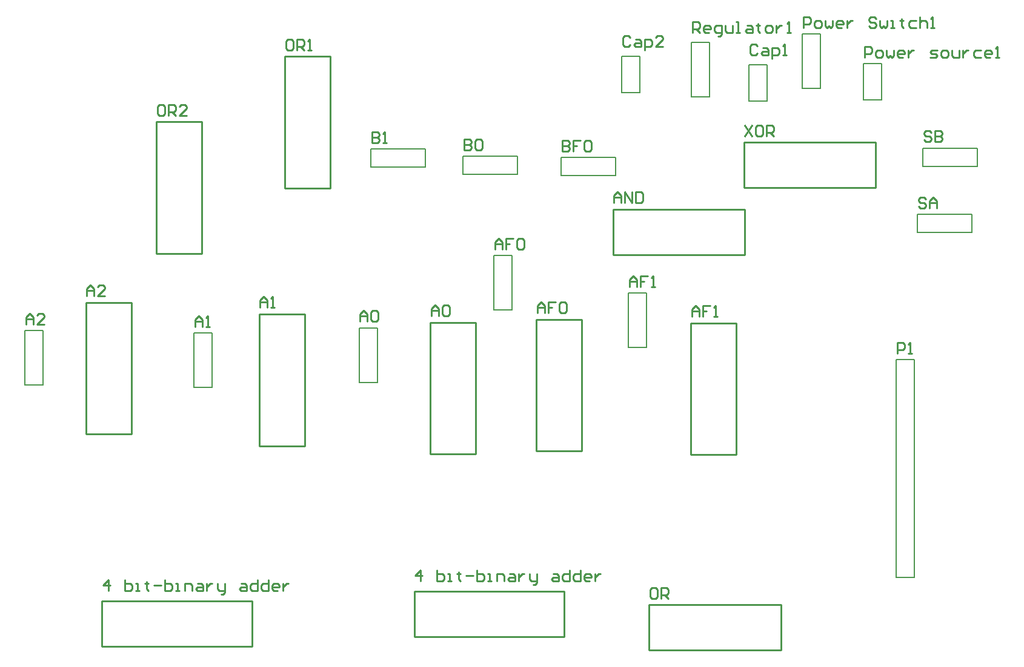
<source format=gto>
G04*
G04 #@! TF.GenerationSoftware,Altium Limited,Altium Designer,18.0.7 (293)*
G04*
G04 Layer_Color=65535*
%FSLAX25Y25*%
%MOIN*%
G70*
G01*
G75*
%ADD10C,0.00787*%
%ADD11C,0.01000*%
D10*
X481235Y459567D02*
X491235D01*
Y439567D02*
Y459567D01*
X481235Y439567D02*
X491235D01*
X481235D02*
Y459567D01*
X484936Y298956D02*
X494936D01*
X484936D02*
Y328956D01*
X494936D01*
Y298956D02*
Y328956D01*
X632194Y179843D02*
Y292343D01*
Y172343D02*
Y179843D01*
Y172343D02*
X642194D01*
Y292343D01*
X632194D02*
X642194D01*
X644000Y362289D02*
X674000D01*
Y372289D01*
X644000D02*
X674000D01*
X644000Y362289D02*
Y372289D01*
X646850Y398954D02*
X676850D01*
Y408954D01*
X646850D02*
X676850D01*
X646850Y398954D02*
Y408954D01*
X477809Y393669D02*
Y403669D01*
X447809Y393669D02*
X477809D01*
X447809D02*
Y403669D01*
X477809D01*
X580680Y441880D02*
Y471880D01*
Y441880D02*
X590680D01*
Y471880D01*
X580680D02*
X590680D01*
X551078Y454766D02*
X561078D01*
Y434766D02*
Y454766D01*
X551078Y434766D02*
X561078D01*
X551078D02*
Y454766D01*
X519626Y437079D02*
Y467079D01*
Y437079D02*
X529626D01*
Y467079D01*
X519626D02*
X529626D01*
X614118Y435417D02*
X624118D01*
X614118D02*
Y455417D01*
X624118D01*
Y435417D02*
Y455417D01*
X393764Y394389D02*
X423764D01*
Y404389D01*
X393764D02*
X423764D01*
X393764Y394389D02*
Y404389D01*
X343349Y408352D02*
X373349D01*
X343349Y398352D02*
Y408352D01*
Y398352D02*
X373349D01*
Y408352D01*
X410930Y319770D02*
Y349770D01*
Y319770D02*
X420930D01*
Y349770D01*
X410930D02*
X420930D01*
X336749Y279902D02*
Y309902D01*
Y279902D02*
X346749D01*
Y309902D01*
X336749D02*
X346749D01*
X245953Y277020D02*
Y307020D01*
Y277020D02*
X255953D01*
Y307020D01*
X245953D02*
X255953D01*
X152996Y278461D02*
Y308461D01*
Y278461D02*
X162996D01*
Y308461D01*
X152996D02*
X162996D01*
D11*
X295954Y459389D02*
X320954D01*
X295954Y386889D02*
Y459389D01*
Y386889D02*
X320954D01*
Y459389D01*
X225335Y423360D02*
X250335D01*
X225335Y350860D02*
Y423360D01*
Y350860D02*
X250335D01*
Y423360D01*
X367044Y139871D02*
X449544D01*
Y164871D01*
X367044Y139871D02*
Y164871D01*
X449544D01*
X195277Y134532D02*
X277777D01*
Y159532D01*
X195277Y134532D02*
Y159532D01*
X277777D01*
X548448Y387094D02*
Y412094D01*
Y387094D02*
X620948D01*
Y412094D01*
X548448D02*
X620948D01*
X476398Y350286D02*
Y375286D01*
Y350286D02*
X548898D01*
Y375286D01*
X476398D02*
X548898D01*
X568839Y132371D02*
Y157371D01*
X496339D02*
X568839D01*
X496339Y132371D02*
Y157371D01*
Y132371D02*
X568839D01*
X186423Y323829D02*
X211423D01*
X186423Y251329D02*
Y323829D01*
Y251329D02*
X211423D01*
Y323829D01*
X375966Y312805D02*
X400966D01*
X375966Y240305D02*
Y312805D01*
Y240305D02*
X400966D01*
Y312805D01*
X281836Y317432D02*
X306836D01*
X281836Y244932D02*
Y317432D01*
Y244932D02*
X306836D01*
Y317432D01*
X434309Y314549D02*
X459309D01*
X434309Y242049D02*
Y314549D01*
Y242049D02*
X459309D01*
Y314549D01*
X519201Y312564D02*
X544201D01*
X519201Y240064D02*
Y312564D01*
Y240064D02*
X544201D01*
Y312564D01*
X485884Y469915D02*
X484884Y470915D01*
X482885D01*
X481885Y469915D01*
Y465917D01*
X482885Y464917D01*
X484884D01*
X485884Y465917D01*
X488883Y468916D02*
X490882D01*
X491882Y467916D01*
Y464917D01*
X488883D01*
X487883Y465917D01*
X488883Y466916D01*
X491882D01*
X493881Y462918D02*
Y468916D01*
X496880D01*
X497880Y467916D01*
Y465917D01*
X496880Y464917D01*
X493881D01*
X503878D02*
X499879D01*
X503878Y468916D01*
Y469915D01*
X502878Y470915D01*
X500879D01*
X499879Y469915D01*
X632826Y295776D02*
Y301774D01*
X635825D01*
X636825Y300774D01*
Y298775D01*
X635825Y297775D01*
X632826D01*
X638824Y295776D02*
X640823D01*
X639823D01*
Y301774D01*
X638824Y300774D01*
X228799Y432898D02*
X226800D01*
X225800Y431898D01*
Y427900D01*
X226800Y426900D01*
X228799D01*
X229799Y427900D01*
Y431898D01*
X228799Y432898D01*
X231798Y426900D02*
Y432898D01*
X234797D01*
X235797Y431898D01*
Y429899D01*
X234797Y428899D01*
X231798D01*
X233797D02*
X235797Y426900D01*
X241795D02*
X237796D01*
X241795Y430899D01*
Y431898D01*
X240795Y432898D01*
X238796D01*
X237796Y431898D01*
X299472Y468907D02*
X297473D01*
X296473Y467907D01*
Y463908D01*
X297473Y462909D01*
X299472D01*
X300472Y463908D01*
Y467907D01*
X299472Y468907D01*
X302471Y462909D02*
Y468907D01*
X305470D01*
X306470Y467907D01*
Y465908D01*
X305470Y464908D01*
X302471D01*
X304471D02*
X306470Y462909D01*
X308470D02*
X310469D01*
X309469D01*
Y468907D01*
X308470Y467907D01*
X548905Y421560D02*
X552904Y415562D01*
Y421560D02*
X548905Y415562D01*
X557902Y421560D02*
X555903D01*
X554903Y420561D01*
Y416562D01*
X555903Y415562D01*
X557902D01*
X558902Y416562D01*
Y420561D01*
X557902Y421560D01*
X560901Y415562D02*
Y421560D01*
X563900D01*
X564900Y420561D01*
Y418561D01*
X563900Y417561D01*
X560901D01*
X562901D02*
X564900Y415562D01*
X651449Y417329D02*
X650449Y418329D01*
X648450D01*
X647450Y417329D01*
Y416330D01*
X648450Y415330D01*
X650449D01*
X651449Y414330D01*
Y413331D01*
X650449Y412331D01*
X648450D01*
X647450Y413331D01*
X653448Y418329D02*
Y412331D01*
X656448D01*
X657447Y413331D01*
Y414330D01*
X656448Y415330D01*
X653448D01*
X656448D01*
X657447Y416330D01*
Y417329D01*
X656448Y418329D01*
X653448D01*
X648640Y380679D02*
X647640Y381678D01*
X645641D01*
X644641Y380679D01*
Y379679D01*
X645641Y378679D01*
X647640D01*
X648640Y377679D01*
Y376680D01*
X647640Y375680D01*
X645641D01*
X644641Y376680D01*
X650639Y375680D02*
Y379679D01*
X652638Y381678D01*
X654638Y379679D01*
Y375680D01*
Y378679D01*
X650639D01*
X499847Y166821D02*
X497847D01*
X496848Y165821D01*
Y161822D01*
X497847Y160822D01*
X499847D01*
X500846Y161822D01*
Y165821D01*
X499847Y166821D01*
X502846Y160822D02*
Y166821D01*
X505845D01*
X506844Y165821D01*
Y163821D01*
X505845Y162822D01*
X502846D01*
X504845D02*
X506844Y160822D01*
X476882Y378779D02*
Y382778D01*
X478882Y384777D01*
X480881Y382778D01*
Y378779D01*
Y381778D01*
X476882D01*
X482880Y378779D02*
Y384777D01*
X486879Y378779D01*
Y384777D01*
X488878D02*
Y378779D01*
X491877D01*
X492877Y379779D01*
Y383778D01*
X491877Y384777D01*
X488878D01*
X198822Y165064D02*
Y171063D01*
X195823Y168063D01*
X199821D01*
X207819Y171063D02*
Y165064D01*
X210818D01*
X211817Y166064D01*
Y167064D01*
Y168063D01*
X210818Y169063D01*
X207819D01*
X213817Y165064D02*
X215816D01*
X214816D01*
Y169063D01*
X213817D01*
X219815Y170063D02*
Y169063D01*
X218815D01*
X220814D01*
X219815D01*
Y166064D01*
X220814Y165064D01*
X223814Y168063D02*
X227812D01*
X229812Y171063D02*
Y165064D01*
X232811D01*
X233810Y166064D01*
Y167064D01*
Y168063D01*
X232811Y169063D01*
X229812D01*
X235810Y165064D02*
X237809D01*
X236809D01*
Y169063D01*
X235810D01*
X240808Y165064D02*
Y169063D01*
X243807D01*
X244807Y168063D01*
Y165064D01*
X247806Y169063D02*
X249805D01*
X250805Y168063D01*
Y165064D01*
X247806D01*
X246806Y166064D01*
X247806Y167064D01*
X250805D01*
X252804Y169063D02*
Y165064D01*
Y167064D01*
X253804Y168063D01*
X254803Y169063D01*
X255803D01*
X258802D02*
Y166064D01*
X259802Y165064D01*
X262801D01*
Y164065D01*
X261801Y163065D01*
X260802D01*
X262801Y165064D02*
Y169063D01*
X271798D02*
X273797D01*
X274797Y168063D01*
Y165064D01*
X271798D01*
X270798Y166064D01*
X271798Y167064D01*
X274797D01*
X280795Y171063D02*
Y165064D01*
X277796D01*
X276796Y166064D01*
Y168063D01*
X277796Y169063D01*
X280795D01*
X286793Y171063D02*
Y165064D01*
X283794D01*
X282794Y166064D01*
Y168063D01*
X283794Y169063D01*
X286793D01*
X291792Y165064D02*
X289792D01*
X288792Y166064D01*
Y168063D01*
X289792Y169063D01*
X291792D01*
X292791Y168063D01*
Y167064D01*
X288792D01*
X294791Y169063D02*
Y165064D01*
Y167064D01*
X295790Y168063D01*
X296790Y169063D01*
X297790D01*
X370563Y170370D02*
Y176368D01*
X367564Y173370D01*
X371563D01*
X379560Y176368D02*
Y170370D01*
X382559D01*
X383559Y171370D01*
Y172370D01*
Y173370D01*
X382559Y174369D01*
X379560D01*
X385558Y170370D02*
X387558D01*
X386558D01*
Y174369D01*
X385558D01*
X391556Y175369D02*
Y174369D01*
X390557D01*
X392556D01*
X391556D01*
Y171370D01*
X392556Y170370D01*
X395555Y173370D02*
X399554D01*
X401553Y176368D02*
Y170370D01*
X404552D01*
X405552Y171370D01*
Y172370D01*
Y173370D01*
X404552Y174369D01*
X401553D01*
X407551Y170370D02*
X409551D01*
X408551D01*
Y174369D01*
X407551D01*
X412550Y170370D02*
Y174369D01*
X415549D01*
X416548Y173370D01*
Y170370D01*
X419547Y174369D02*
X421547D01*
X422546Y173370D01*
Y170370D01*
X419547D01*
X418548Y171370D01*
X419547Y172370D01*
X422546D01*
X424546Y174369D02*
Y170370D01*
Y172370D01*
X425545Y173370D01*
X426545Y174369D01*
X427545D01*
X430544D02*
Y171370D01*
X431543Y170370D01*
X434543D01*
Y169371D01*
X433543Y168371D01*
X432543D01*
X434543Y170370D02*
Y174369D01*
X443540D02*
X445539D01*
X446539Y173370D01*
Y170370D01*
X443540D01*
X442540Y171370D01*
X443540Y172370D01*
X446539D01*
X452537Y176368D02*
Y170370D01*
X449538D01*
X448538Y171370D01*
Y173370D01*
X449538Y174369D01*
X452537D01*
X458535Y176368D02*
Y170370D01*
X455536D01*
X454536Y171370D01*
Y173370D01*
X455536Y174369D01*
X458535D01*
X463533Y170370D02*
X461534D01*
X460534Y171370D01*
Y173370D01*
X461534Y174369D01*
X463533D01*
X464533Y173370D01*
Y172370D01*
X460534D01*
X466532Y174369D02*
Y170370D01*
Y172370D01*
X467532Y173370D01*
X468532Y174369D01*
X469531D01*
X520271Y472494D02*
Y478492D01*
X523271D01*
X524270Y477492D01*
Y475493D01*
X523271Y474493D01*
X520271D01*
X522271D02*
X524270Y472494D01*
X529269D02*
X527269D01*
X526270Y473493D01*
Y475493D01*
X527269Y476493D01*
X529269D01*
X530268Y475493D01*
Y474493D01*
X526270D01*
X534267Y470495D02*
X535267D01*
X536266Y471494D01*
Y476493D01*
X533267D01*
X532268Y475493D01*
Y473493D01*
X533267Y472494D01*
X536266D01*
X538266Y476493D02*
Y473493D01*
X539265Y472494D01*
X542264D01*
Y476493D01*
X544264Y472494D02*
X546263D01*
X545263D01*
Y478492D01*
X544264D01*
X550262Y476493D02*
X552261D01*
X553261Y475493D01*
Y472494D01*
X550262D01*
X549262Y473493D01*
X550262Y474493D01*
X553261D01*
X556260Y477492D02*
Y476493D01*
X555260D01*
X557260D01*
X556260D01*
Y473493D01*
X557260Y472494D01*
X561258D02*
X563258D01*
X564257Y473493D01*
Y475493D01*
X563258Y476493D01*
X561258D01*
X560259Y475493D01*
Y473493D01*
X561258Y472494D01*
X566257Y476493D02*
Y472494D01*
Y474493D01*
X567256Y475493D01*
X568256Y476493D01*
X569256D01*
X572255Y472494D02*
X574254D01*
X573254D01*
Y478492D01*
X572255Y477492D01*
X581280Y475280D02*
Y481278D01*
X584279D01*
X585279Y480278D01*
Y478279D01*
X584279Y477279D01*
X581280D01*
X588278Y475280D02*
X590277D01*
X591277Y476279D01*
Y478279D01*
X590277Y479278D01*
X588278D01*
X587278Y478279D01*
Y476279D01*
X588278Y475280D01*
X593277Y479278D02*
Y476279D01*
X594276Y475280D01*
X595276Y476279D01*
X596276Y475280D01*
X597275Y476279D01*
Y479278D01*
X602274Y475280D02*
X600274D01*
X599274Y476279D01*
Y478279D01*
X600274Y479278D01*
X602274D01*
X603273Y478279D01*
Y477279D01*
X599274D01*
X605273Y479278D02*
Y475280D01*
Y477279D01*
X606272Y478279D01*
X607272Y479278D01*
X608272D01*
X621267Y480278D02*
X620268Y481278D01*
X618268D01*
X617269Y480278D01*
Y479278D01*
X618268Y478279D01*
X620268D01*
X621267Y477279D01*
Y476279D01*
X620268Y475280D01*
X618268D01*
X617269Y476279D01*
X623267Y479278D02*
Y476279D01*
X624266Y475280D01*
X625266Y476279D01*
X626266Y475280D01*
X627266Y476279D01*
Y479278D01*
X629265Y475280D02*
X631264D01*
X630265D01*
Y479278D01*
X629265D01*
X635263Y480278D02*
Y479278D01*
X634263D01*
X636263D01*
X635263D01*
Y476279D01*
X636263Y475280D01*
X643260Y479278D02*
X640261D01*
X639262Y478279D01*
Y476279D01*
X640261Y475280D01*
X643260D01*
X645260Y481278D02*
Y475280D01*
Y478279D01*
X646259Y479278D01*
X648259D01*
X649258Y478279D01*
Y475280D01*
X651258D02*
X653257D01*
X652257D01*
Y481278D01*
X651258Y480278D01*
X614713Y458859D02*
Y464857D01*
X617712D01*
X618712Y463857D01*
Y461858D01*
X617712Y460858D01*
X614713D01*
X621711Y458859D02*
X623710D01*
X624710Y459859D01*
Y461858D01*
X623710Y462858D01*
X621711D01*
X620711Y461858D01*
Y459859D01*
X621711Y458859D01*
X626709Y462858D02*
Y459859D01*
X627709Y458859D01*
X628709Y459859D01*
X629708Y458859D01*
X630708Y459859D01*
Y462858D01*
X635706Y458859D02*
X633707D01*
X632707Y459859D01*
Y461858D01*
X633707Y462858D01*
X635706D01*
X636706Y461858D01*
Y460858D01*
X632707D01*
X638705Y462858D02*
Y458859D01*
Y460858D01*
X639705Y461858D01*
X640705Y462858D01*
X641704D01*
X650701Y458859D02*
X653700D01*
X654700Y459859D01*
X653700Y460858D01*
X651701D01*
X650701Y461858D01*
X651701Y462858D01*
X654700D01*
X657699Y458859D02*
X659698D01*
X660698Y459859D01*
Y461858D01*
X659698Y462858D01*
X657699D01*
X656700Y461858D01*
Y459859D01*
X657699Y458859D01*
X662698Y462858D02*
Y459859D01*
X663697Y458859D01*
X666696D01*
Y462858D01*
X668696D02*
Y458859D01*
Y460858D01*
X669695Y461858D01*
X670695Y462858D01*
X671695D01*
X678692D02*
X675693D01*
X674694Y461858D01*
Y459859D01*
X675693Y458859D01*
X678692D01*
X683691D02*
X681691D01*
X680692Y459859D01*
Y461858D01*
X681691Y462858D01*
X683691D01*
X684690Y461858D01*
Y460858D01*
X680692D01*
X686690Y458859D02*
X688689D01*
X687689D01*
Y464857D01*
X686690Y463857D01*
X448409Y413066D02*
Y407068D01*
X451408D01*
X452408Y408068D01*
Y409068D01*
X451408Y410068D01*
X448409D01*
X451408D01*
X452408Y411067D01*
Y412067D01*
X451408Y413066D01*
X448409D01*
X458406D02*
X454407D01*
Y410068D01*
X456407D01*
X454407D01*
Y407068D01*
X460405Y412067D02*
X461405Y413066D01*
X463404D01*
X464404Y412067D01*
Y408068D01*
X463404Y407068D01*
X461405D01*
X460405Y408068D01*
Y412067D01*
X394364Y413787D02*
Y407789D01*
X397363D01*
X398363Y408789D01*
Y409789D01*
X397363Y410788D01*
X394364D01*
X397363D01*
X398363Y411788D01*
Y412788D01*
X397363Y413787D01*
X394364D01*
X400362Y412788D02*
X401362Y413787D01*
X403362D01*
X404361Y412788D01*
Y408789D01*
X403362Y407789D01*
X401362D01*
X400362Y408789D01*
Y412788D01*
X343949Y417750D02*
Y411752D01*
X346948D01*
X347948Y412752D01*
Y413752D01*
X346948Y414751D01*
X343949D01*
X346948D01*
X347948Y415751D01*
Y416751D01*
X346948Y417750D01*
X343949D01*
X349947Y411752D02*
X351946D01*
X350947D01*
Y417750D01*
X349947Y416751D01*
X485494Y332381D02*
Y336380D01*
X487493Y338379D01*
X489493Y336380D01*
Y332381D01*
Y335380D01*
X485494D01*
X495491Y338379D02*
X491492D01*
Y335380D01*
X493491D01*
X491492D01*
Y332381D01*
X497490D02*
X499489D01*
X498490D01*
Y338379D01*
X497490Y337380D01*
X411530Y353170D02*
Y357169D01*
X413529Y359168D01*
X415528Y357169D01*
Y353170D01*
Y356169D01*
X411530D01*
X421527Y359168D02*
X417528D01*
Y356169D01*
X419527D01*
X417528D01*
Y353170D01*
X423526Y358169D02*
X424526Y359168D01*
X426525D01*
X427525Y358169D01*
Y354170D01*
X426525Y353170D01*
X424526D01*
X423526Y354170D01*
Y358169D01*
X337349Y313302D02*
Y317301D01*
X339348Y319300D01*
X341347Y317301D01*
Y313302D01*
Y316301D01*
X337349D01*
X343347Y318301D02*
X344346Y319300D01*
X346346D01*
X347345Y318301D01*
Y314302D01*
X346346Y313302D01*
X344346D01*
X343347Y314302D01*
Y318301D01*
X246553Y310420D02*
Y314419D01*
X248553Y316418D01*
X250552Y314419D01*
Y310420D01*
Y313419D01*
X246553D01*
X252551Y310420D02*
X254551D01*
X253551D01*
Y316418D01*
X252551Y315418D01*
X153596Y311861D02*
Y315860D01*
X155595Y317859D01*
X157595Y315860D01*
Y311861D01*
Y314860D01*
X153596D01*
X163593Y311861D02*
X159594D01*
X163593Y315860D01*
Y316860D01*
X162593Y317859D01*
X160594D01*
X159594Y316860D01*
X555701Y465174D02*
X554702Y466173D01*
X552702D01*
X551702Y465174D01*
Y461175D01*
X552702Y460175D01*
X554702D01*
X555701Y461175D01*
X558700Y464174D02*
X560700D01*
X561699Y463174D01*
Y460175D01*
X558700D01*
X557701Y461175D01*
X558700Y462175D01*
X561699D01*
X563699Y458176D02*
Y464174D01*
X566698D01*
X567697Y463174D01*
Y461175D01*
X566698Y460175D01*
X563699D01*
X569697D02*
X571696D01*
X570696D01*
Y466173D01*
X569697Y465174D01*
X519701Y316064D02*
Y320063D01*
X521700Y322062D01*
X523699Y320063D01*
Y316064D01*
Y319063D01*
X519701D01*
X529698Y322062D02*
X525699D01*
Y319063D01*
X527698D01*
X525699D01*
Y316064D01*
X531697D02*
X533696D01*
X532696D01*
Y322062D01*
X531697Y321063D01*
X434809Y318049D02*
Y322048D01*
X436808Y324047D01*
X438807Y322048D01*
Y318049D01*
Y321048D01*
X434809D01*
X444806Y324047D02*
X440807D01*
Y321048D01*
X442806D01*
X440807D01*
Y318049D01*
X446805Y323047D02*
X447805Y324047D01*
X449804D01*
X450804Y323047D01*
Y319049D01*
X449804Y318049D01*
X447805D01*
X446805Y319049D01*
Y323047D01*
X376466Y316305D02*
Y320304D01*
X378465Y322303D01*
X380465Y320304D01*
Y316305D01*
Y319304D01*
X376466D01*
X382464Y321303D02*
X383464Y322303D01*
X385463D01*
X386463Y321303D01*
Y317305D01*
X385463Y316305D01*
X383464D01*
X382464Y317305D01*
Y321303D01*
X282330Y320963D02*
Y324962D01*
X284329Y326961D01*
X286328Y324962D01*
Y320963D01*
Y323962D01*
X282330D01*
X288328Y320963D02*
X290327D01*
X289327D01*
Y326961D01*
X288328Y325962D01*
X186923Y327329D02*
Y331327D01*
X188922Y333327D01*
X190922Y331327D01*
Y327329D01*
Y330328D01*
X186923D01*
X196920Y327329D02*
X192921D01*
X196920Y331327D01*
Y332327D01*
X195920Y333327D01*
X193921D01*
X192921Y332327D01*
M02*

</source>
